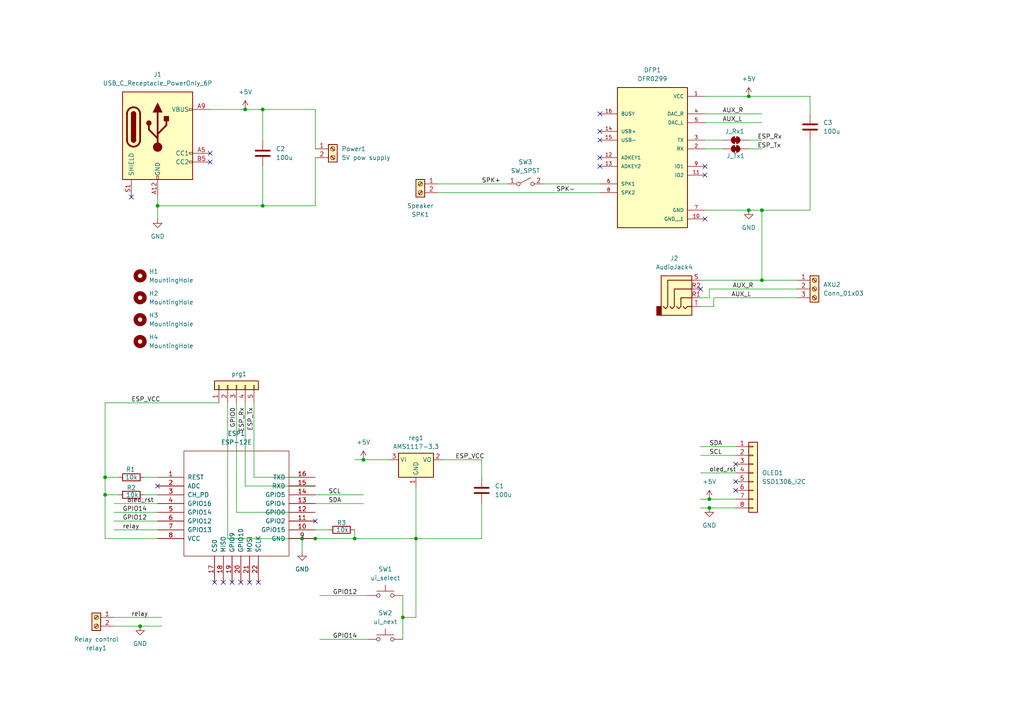
<source format=kicad_sch>
(kicad_sch (version 20250114) (generator "eeschema") (generator_version "9.0")
  (paper "A4")
  (lib_symbols
    (symbol "Connector:Screw_Terminal_01x02" (pin_names (offset 1.016) (hide yes))
      (property "Reference" "J" (at 0 2.54 0))
      (property "Value" "Screw_Terminal_01x02" (at 0 -5.08 0))
      (symbol "Screw_Terminal_01x02_1_1"
        (rectangle (start -1.27 1.27) (end 1.27 -3.81) (stroke (width 0.254)) (fill (type background)))
        (polyline (pts (xy -0.5334 0.3302) (xy 0.3302 -0.508)) (stroke (width 0.1524)))
        (polyline (pts (xy -0.5334 -2.2098) (xy 0.3302 -3.048)) (stroke (width 0.1524)))
        (polyline (pts (xy -0.3556 0.508) (xy 0.508 -0.3302)) (stroke (width 0.1524)))
        (polyline (pts (xy -0.3556 -2.032) (xy 0.508 -2.8702)) (stroke (width 0.1524)))
        (circle (center 0 0) (radius 0.635) (stroke (width 0.1524)))
        (circle (center 0 -2.54) (radius 0.635) (stroke (width 0.1524)))
        (pin passive line (at -5.08 0 0) (length 3.81) (name "Pin_1") (number "1"))
        (pin passive line (at -5.08 -2.54 0) (length 3.81) (name "Pin_2") (number "2"))
      )
    )
    (symbol "Connector:Screw_Terminal_01x03" (pin_names (offset 1.016) (hide yes))
      (property "Reference" "J" (at 0 5.08 0))
      (property "Value" "Screw_Terminal_01x03" (at 0 -5.08 0))
      (symbol "Screw_Terminal_01x03_1_1"
        (rectangle (start -1.27 3.81) (end 1.27 -3.81) (stroke (width 0.254)) (fill (type background)))
        (polyline (pts (xy -0.5334 2.8702) (xy 0.3302 2.032)) (stroke (width 0.1524)))
        (polyline (pts (xy -0.5334 0.3302) (xy 0.3302 -0.508)) (stroke (width 0.1524)))
        (polyline (pts (xy -0.5334 -2.2098) (xy 0.3302 -3.048)) (stroke (width 0.1524)))
        (polyline (pts (xy -0.3556 3.048) (xy 0.508 2.2098)) (stroke (width 0.1524)))
        (polyline (pts (xy -0.3556 0.508) (xy 0.508 -0.3302)) (stroke (width 0.1524)))
        (polyline (pts (xy -0.3556 -2.032) (xy 0.508 -2.8702)) (stroke (width 0.1524)))
        (circle (center 0 2.54) (radius 0.635) (stroke (width 0.1524)))
        (circle (center 0 0) (radius 0.635) (stroke (width 0.1524)))
        (circle (center 0 -2.54) (radius 0.635) (stroke (width 0.1524)))
        (pin passive line (at -5.08 2.54 0) (length 3.81) (name "Pin_1") (number "1"))
        (pin passive line (at -5.08 0 0) (length 3.81) (name "Pin_2") (number "2"))
        (pin passive line (at -5.08 -2.54 0) (length 3.81) (name "Pin_3") (number "3"))
      )
    )
    (symbol "Connector:USB_C_Receptacle_PowerOnly_6P" (pin_names (offset 1.016))
      (property "Reference" "J" (at 0 16.51 0))
      (property "Value" "USB_C_Receptacle_PowerOnly_6P" (at 0 13.97 0))
      (symbol "USB_C_Receptacle_PowerOnly_6P_0_0"
        (rectangle (start -0.254 -12.7) (end 0.254 -11.684))
        (rectangle (start 10.16 7.874) (end 9.144 7.366))
        (rectangle (start 10.16 -4.826) (end 9.144 -5.334))
        (rectangle (start 10.16 -7.366) (end 9.144 -7.874))
      )
      (symbol "USB_C_Receptacle_PowerOnly_6P_0_1"
        (rectangle (start -10.16 12.7) (end 10.16 -12.7) (stroke (width 0.254)) (fill (type background)))
        (polyline (pts (xy -8.89 -1.27) (xy -8.89 6.35)) (stroke (width 0.508)))
        (rectangle (start -7.62 -1.27) (end -6.35 6.35) (stroke (width 0.254)) (fill (type outline)))
        (arc (start -7.62 6.35) (mid -6.985 6.9823) (end -6.35 6.35) (stroke (width 0.254)))
        (arc (start -7.62 6.35) (mid -6.985 6.9823) (end -6.35 6.35) (stroke (width 0.254)) (fill (type outline)))
        (arc (start -8.89 6.35) (mid -6.985 8.2467) (end -5.08 6.35) (stroke (width 0.508)))
        (arc (start -5.08 -1.27) (mid -6.985 -3.1667) (end -8.89 -1.27) (stroke (width 0.508)))
        (arc (start -6.35 -1.27) (mid -6.985 -1.9023) (end -7.62 -1.27) (stroke (width 0.254)))
        (arc (start -6.35 -1.27) (mid -6.985 -1.9023) (end -7.62 -1.27) (stroke (width 0.254)) (fill (type outline)))
        (polyline (pts (xy -5.08 6.35) (xy -5.08 -1.27)) (stroke (width 0.508)))
        (circle (center -2.54 3.683) (radius 0.635) (stroke (width 0.254)) (fill (type outline)))
        (polyline (pts (xy -1.27 6.858) (xy 0 9.398) (xy 1.27 6.858) (xy -1.27 6.858)) (stroke (width 0.254)) (fill (type outline)))
        (polyline (pts (xy 0 0.508) (xy 2.54 3.048) (xy 2.54 4.318)) (stroke (width 0.508)))
        (polyline (pts (xy 0 -0.762) (xy -2.54 1.778) (xy -2.54 3.048)) (stroke (width 0.508)))
        (polyline (pts (xy 0 -3.302) (xy 0 6.858)) (stroke (width 0.508)))
        (circle (center 0 -3.302) (radius 1.27) (fill (type outline)))
        (rectangle (start 1.905 4.318) (end 3.175 5.588) (stroke (width 0.254)) (fill (type outline)))
      )
      (symbol "USB_C_Receptacle_PowerOnly_6P_1_1"
        (pin passive line (at -7.62 -17.78 90) (length 5.08) (name "SHIELD") (number "S1"))
        (pin passive line (at 0 -17.78 90) (length 5.08) (name "GND") (number "A12"))
        (pin passive line (at 0 -17.78 90) (length 5.08) (hide yes) (name "GND") (number "B12"))
        (pin passive line (at 15.24 7.62 180) (length 5.08) (name "VBUS") (number "A9"))
        (pin passive line (at 15.24 7.62 180) (length 5.08) (hide yes) (name "VBUS") (number "B9"))
        (pin bidirectional line (at 15.24 -5.08 180) (length 5.08) (name "CC1") (number "A5"))
        (pin bidirectional line (at 15.24 -7.62 180) (length 5.08) (name "CC2") (number "B5"))
      )
    )
    (symbol "Connector_Audio:AudioJack4"
      (property "Reference" "J" (at 0 8.89 0))
      (property "Value" "AudioJack4" (at 0 6.35 0))
      (symbol "AudioJack4_0_1"
        (rectangle (start -6.35 -5.08) (end -7.62 -7.62) (stroke (width 0.254)) (fill (type outline)))
        (polyline (pts (xy -5.715 -5.08) (xy -5.08 -5.715) (xy -4.445 -5.08) (xy -4.445 2.54) (xy 2.54 2.54)) (stroke (width 0.254)))
        (polyline (pts (xy -1.905 -5.08) (xy -1.27 -5.715) (xy -0.635 -5.08) (xy -0.635 -2.54) (xy 2.54 -2.54)) (stroke (width 0.254)))
        (polyline (pts (xy 0 -5.08) (xy 0.635 -5.715) (xy 1.27 -5.08) (xy 2.54 -5.08)) (stroke (width 0.254)))
        (rectangle (start 2.54 3.81) (end -6.35 -7.62) (stroke (width 0.254)) (fill (type background)))
        (polyline (pts (xy 2.54 0) (xy -2.54 0) (xy -2.54 -5.08) (xy -3.175 -5.715) (xy -3.81 -5.08)) (stroke (width 0.254)))
      )
      (symbol "AudioJack4_1_1"
        (pin passive line (at 5.08 2.54 180) (length 2.54) (name "~") (number "S"))
        (pin passive line (at 5.08 0 180) (length 2.54) (name "~") (number "R2"))
        (pin passive line (at 5.08 -2.54 180) (length 2.54) (name "~") (number "R1"))
        (pin passive line (at 5.08 -5.08 180) (length 2.54) (name "~") (number "T"))
      )
    )
    (symbol "Connector_Generic:Conn_01x05" (pin_names (offset 1.016) (hide yes))
      (property "Reference" "J" (at 0 7.62 0))
      (property "Value" "Conn_01x05" (at 0 -7.62 0))
      (symbol "Conn_01x05_1_1"
        (rectangle (start -1.27 6.35) (end 1.27 -6.35) (stroke (width 0.254)) (fill (type background)))
        (rectangle (start -1.27 5.207) (end 0 4.953) (stroke (width 0.1524)))
        (rectangle (start -1.27 2.667) (end 0 2.413) (stroke (width 0.1524)))
        (rectangle (start -1.27 0.127) (end 0 -0.127) (stroke (width 0.1524)))
        (rectangle (start -1.27 -2.413) (end 0 -2.667) (stroke (width 0.1524)))
        (rectangle (start -1.27 -4.953) (end 0 -5.207) (stroke (width 0.1524)))
        (pin passive line (at -5.08 5.08 0) (length 3.81) (name "Pin_1") (number "1"))
        (pin passive line (at -5.08 2.54 0) (length 3.81) (name "Pin_2") (number "2"))
        (pin passive line (at -5.08 0 0) (length 3.81) (name "Pin_3") (number "3"))
        (pin passive line (at -5.08 -2.54 0) (length 3.81) (name "Pin_4") (number "4"))
        (pin passive line (at -5.08 -5.08 0) (length 3.81) (name "Pin_5") (number "5"))
      )
    )
    (symbol "Connector_Generic:Conn_01x08" (pin_names (offset 1.016) (hide yes))
      (property "Reference" "J" (at 0 10.16 0))
      (property "Value" "Conn_01x08" (at 0 -12.7 0))
      (symbol "Conn_01x08_1_1"
        (rectangle (start -1.27 8.89) (end 1.27 -11.43) (stroke (width 0.254)) (fill (type background)))
        (rectangle (start -1.27 7.747) (end 0 7.493) (stroke (width 0.1524)))
        (rectangle (start -1.27 5.207) (end 0 4.953) (stroke (width 0.1524)))
        (rectangle (start -1.27 2.667) (end 0 2.413) (stroke (width 0.1524)))
        (rectangle (start -1.27 0.127) (end 0 -0.127) (stroke (width 0.1524)))
        (rectangle (start -1.27 -2.413) (end 0 -2.667) (stroke (width 0.1524)))
        (rectangle (start -1.27 -4.953) (end 0 -5.207) (stroke (width 0.1524)))
        (rectangle (start -1.27 -7.493) (end 0 -7.747) (stroke (width 0.1524)))
        (rectangle (start -1.27 -10.033) (end 0 -10.287) (stroke (width 0.1524)))
        (pin passive line (at -5.08 7.62 0) (length 3.81) (name "Pin_1") (number "1"))
        (pin passive line (at -5.08 5.08 0) (length 3.81) (name "Pin_2") (number "2"))
        (pin passive line (at -5.08 2.54 0) (length 3.81) (name "Pin_3") (number "3"))
        (pin passive line (at -5.08 0 0) (length 3.81) (name "Pin_4") (number "4"))
        (pin passive line (at -5.08 -2.54 0) (length 3.81) (name "Pin_5") (number "5"))
        (pin passive line (at -5.08 -5.08 0) (length 3.81) (name "Pin_6") (number "6"))
        (pin passive line (at -5.08 -7.62 0) (length 3.81) (name "Pin_7") (number "7"))
        (pin passive line (at -5.08 -10.16 0) (length 3.81) (name "Pin_8") (number "8"))
      )
    )
    (symbol "DFPlayer:DFR0299" (pin_names (offset 1.016))
      (property "Reference" "U" (at -10.16 18.542 0))
      (property "Value" "DFR0299" (at -10.16 -25.4 0))
      (symbol "DFR0299_0_0"
        (rectangle (start -10.16 -22.86) (end 10.16 17.78) (stroke (width 0.254)) (fill (type background)))
        (pin input line (at -15.24 10.16 0) (length 5.08) (name "BUSY") (number "16"))
        (pin input line (at -15.24 5.08 0) (length 5.08) (name "USB+") (number "14"))
        (pin input line (at -15.24 2.54 0) (length 5.08) (name "USB-") (number "15"))
        (pin input line (at -15.24 -2.54 0) (length 5.08) (name "ADKEY1") (number "12"))
        (pin input line (at -15.24 -5.08 0) (length 5.08) (name "ADKEY2") (number "13"))
        (pin passive line (at -15.24 -10.16 0) (length 5.08) (name "SPK1") (number "6"))
        (pin passive line (at -15.24 -12.7 0) (length 5.08) (name "SPK2") (number "8"))
        (pin power_in line (at 15.24 15.24 180) (length 5.08) (name "VCC") (number "1"))
        (pin output line (at 15.24 10.16 180) (length 5.08) (name "DAC_R") (number "4"))
        (pin output line (at 15.24 7.62 180) (length 5.08) (name "DAC_L") (number "5"))
        (pin output line (at 15.24 2.54 180) (length 5.08) (name "TX") (number "3"))
        (pin input line (at 15.24 0 180) (length 5.08) (name "RX") (number "2"))
        (pin bidirectional line (at 15.24 -5.08 180) (length 5.08) (name "IO1") (number "9"))
        (pin bidirectional line (at 15.24 -7.62 180) (length 5.08) (name "IO2") (number "11"))
        (pin power_in line (at 15.24 -17.78 180) (length 5.08) (name "GND") (number "7"))
        (pin power_in line (at 15.24 -20.32 180) (length 5.08) (name "GND__1") (number "10"))
      )
    )
    (symbol "Device:C" (pin_numbers (hide yes)) (pin_names (offset 0.254))
      (property "Reference" "C" (at 0.635 2.54 0))
      (property "Value" "C" (at 0.635 -2.54 0))
      (symbol "C_0_1"
        (polyline (pts (xy -2.032 0.762) (xy 2.032 0.762)) (stroke (width 0.508)))
        (polyline (pts (xy -2.032 -0.762) (xy 2.032 -0.762)) (stroke (width 0.508)))
      )
      (symbol "C_1_1"
        (pin passive line (at 0 3.81 270) (length 2.794) (name "~") (number "1"))
        (pin passive line (at 0 -3.81 90) (length 2.794) (name "~") (number "2"))
      )
    )
    (symbol "Device:R" (pin_numbers (hide yes)) (pin_names (offset 0))
      (property "Reference" "R" (at 2.032 0 90))
      (property "Value" "R" (at 0 0 90))
      (symbol "R_0_1"
        (rectangle (start -1.016 -2.54) (end 1.016 2.54) (stroke (width 0.254)))
      )
      (symbol "R_1_1"
        (pin passive line (at 0 3.81 270) (length 1.27) (name "~") (number "1"))
        (pin passive line (at 0 -3.81 90) (length 1.27) (name "~") (number "2"))
      )
    )
    (symbol "ESPs:ESP-12E" (pin_names (offset 1.016))
      (property "Reference" "U" (at 0 -2.54 0))
      (property "Value" "ESP-12E" (at 0 2.54 0))
      (symbol "ESP-12E_1_0"
        (rectangle (start -15.24 -15.24) (end 15.24 15.24))
      )
      (symbol "ESP-12E_1_1"
        (pin input line (at -22.86 7.62 0) (length 7.62) (name "REST") (number "1"))
        (pin passive line (at -22.86 5.08 0) (length 7.62) (name "ADC") (number "2"))
        (pin input line (at -22.86 2.54 0) (length 7.62) (name "CH_PD") (number "3"))
        (pin bidirectional line (at -22.86 0 0) (length 7.62) (name "GPIO16") (number "4"))
        (pin bidirectional line (at -22.86 -2.54 0) (length 7.62) (name "GPIO14") (number "5"))
        (pin bidirectional line (at -22.86 -5.08 0) (length 7.62) (name "GPIO12") (number "6"))
        (pin bidirectional line (at -22.86 -7.62 0) (length 7.62) (name "GPIO13") (number "7"))
        (pin power_in line (at -22.86 -10.16 0) (length 7.62) (name "VCC") (number "8"))
        (pin bidirectional line (at -6.35 -22.86 90) (length 7.62) (name "CS0") (number "17"))
        (pin bidirectional line (at -3.81 -22.86 90) (length 7.62) (name "MISO") (number "18"))
        (pin bidirectional line (at -1.27 -22.86 90) (length 7.62) (name "GPIO9") (number "19"))
        (pin bidirectional line (at 1.27 -22.86 90) (length 7.62) (name "GPIO10") (number "20"))
        (pin bidirectional line (at 3.81 -22.86 90) (length 7.62) (name "MOSI") (number "21"))
        (pin bidirectional line (at 6.35 -22.86 90) (length 7.62) (name "SCLK") (number "22"))
        (pin output line (at 22.86 7.62 180) (length 7.62) (name "TXD") (number "16"))
        (pin input line (at 22.86 5.08 180) (length 7.62) (name "RXD") (number "15"))
        (pin bidirectional line (at 22.86 2.54 180) (length 7.62) (name "GPIO5") (number "14"))
        (pin bidirectional line (at 22.86 0 180) (length 7.62) (name "GPIO4") (number "13"))
        (pin bidirectional line (at 22.86 -2.54 180) (length 7.62) (name "GPIO0") (number "12"))
        (pin bidirectional line (at 22.86 -5.08 180) (length 7.62) (name "GPIO2") (number "11"))
        (pin bidirectional line (at 22.86 -7.62 180) (length 7.62) (name "GPIO15") (number "10"))
        (pin power_in line (at 22.86 -10.16 180) (length 7.62) (name "GND") (number "9"))
      )
    )
    (symbol "Jumper:SolderJumper_2_Bridged" (pin_numbers (hide yes)) (pin_names (offset 0) (hide yes)) (in_bom no)
      (property "Reference" "JP" (at 0 2.032 0))
      (property "Value" "SolderJumper_2_Bridged" (at 0 -2.54 0))
      (symbol "SolderJumper_2_Bridged_0_1"
        (rectangle (start -0.508 0.508) (end 0.508 -0.508) (fill (type outline)))
        (polyline (pts (xy -0.254 1.016) (xy -0.254 -1.016)))
        (arc (start -0.254 -1.016) (mid -1.2656 0) (end -0.254 1.016))
        (arc (start -0.254 -1.016) (mid -1.2656 0) (end -0.254 1.016) (fill (type outline)))
        (arc (start 0.254 1.016) (mid 1.2656 0) (end 0.254 -1.016))
        (arc (start 0.254 1.016) (mid 1.2656 0) (end 0.254 -1.016) (fill (type outline)))
        (polyline (pts (xy 0.254 1.016) (xy 0.254 -1.016)))
      )
      (symbol "SolderJumper_2_Bridged_1_1"
        (pin passive line (at -3.81 0 0) (length 2.54) (name "A") (number "1"))
        (pin passive line (at 3.81 0 180) (length 2.54) (name "B") (number "2"))
      )
    )
    (symbol "Mechanical:MountingHole" (pin_names (offset 1.016)) (in_bom no)
      (property "Reference" "H" (at 0 5.08 0))
      (property "Value" "MountingHole" (at 0 3.175 0))
      (symbol "MountingHole_0_1"
        (circle (center 0 0) (radius 1.27) (stroke (width 1.27)))
      )
    )
    (symbol "Regulator_Linear:AMS1117-3.3"
      (property "Reference" "U" (at -3.81 3.175 0))
      (property "Value" "AMS1117-3.3" (at 0 3.175 0))
      (symbol "AMS1117-3.3_0_1"
        (rectangle (start -5.08 -5.08) (end 5.08 1.905) (stroke (width 0.254)) (fill (type background)))
      )
      (symbol "AMS1117-3.3_1_1"
        (pin power_in line (at -7.62 0 0) (length 2.54) (name "VI") (number "3"))
        (pin power_in line (at 0 -7.62 90) (length 2.54) (name "GND") (number "1"))
        (pin power_out line (at 7.62 0 180) (length 2.54) (name "VO") (number "2"))
      )
    )
    (symbol "Screw_Terminal_01x02_1" (pin_names (offset 1.016) (hide yes))
      (property "Reference" "Power1" (at 2.54 0.0001 0))
      (property "Value" "5V pow supply" (at 2.54 -2.5399 0))
      (symbol "Screw_Terminal_01x02_1_1_1"
        (rectangle (start -1.27 1.27) (end 1.27 -3.81) (stroke (width 0.254)) (fill (type background)))
        (polyline (pts (xy -0.5334 0.3302) (xy 0.3302 -0.508)) (stroke (width 0.1524)))
        (polyline (pts (xy -0.5334 -2.2098) (xy 0.3302 -3.048)) (stroke (width 0.1524)))
        (polyline (pts (xy -0.3556 0.508) (xy 0.508 -0.3302)) (stroke (width 0.1524)))
        (polyline (pts (xy -0.3556 -2.032) (xy 0.508 -2.8702)) (stroke (width 0.1524)))
        (circle (center 0 0) (radius 0.635) (stroke (width 0.1524)))
        (circle (center 0 -2.54) (radius 0.635) (stroke (width 0.1524)))
        (pin power_out line (at -5.08 0 0) (length 3.81) (name "Pin_1") (number "1"))
        (pin power_out line (at -5.08 -2.54 0) (length 3.81) (name "Pin_2") (number "2"))
      )
    )
    (symbol "Switch:SW_Push" (pin_numbers (hide yes)) (pin_names (offset 1.016) (hide yes))
      (property "Reference" "SW" (at 1.27 2.54 0))
      (property "Value" "SW_Push" (at 0 -1.524 0))
      (symbol "SW_Push_0_1"
        (circle (center -2.032 0) (radius 0.508))
        (polyline (pts (xy 0 1.27) (xy 0 3.048)))
        (circle (center 2.032 0) (radius 0.508))
        (polyline (pts (xy 2.54 1.27) (xy -2.54 1.27)))
        (pin passive line (at -5.08 0 0) (length 2.54) (name "1") (number "1"))
        (pin passive line (at 5.08 0 180) (length 2.54) (name "2") (number "2"))
      )
    )
    (symbol "Switch:SW_SPST" (pin_names (offset 0) (hide yes))
      (property "Reference" "SW" (at 0 3.175 0))
      (property "Value" "SW_SPST" (at 0 -2.54 0))
      (symbol "SW_SPST_0_0"
        (circle (center -2.032 0) (radius 0.508))
        (polyline (pts (xy -1.524 0.254) (xy 1.524 1.778)))
        (circle (center 2.032 0) (radius 0.508))
      )
      (symbol "SW_SPST_1_1"
        (pin passive line (at -5.08 0 0) (length 2.54) (name "A") (number "1"))
        (pin passive line (at 5.08 0 180) (length 2.54) (name "B") (number "2"))
      )
    )
    (symbol "power:+5V" (power) (pin_numbers (hide yes)) (pin_names (offset 0) (hide yes))
      (property "Value" "+5V" (at 0 3.556 0))
      (symbol "+5V_0_1"
        (polyline (pts (xy -0.762 1.27) (xy 0 2.54)))
        (polyline (pts (xy 0 2.54) (xy 0.762 1.27)))
        (polyline (pts (xy 0 0) (xy 0 2.54)))
      )
      (symbol "+5V_1_1"
        (pin power_in line (at 0 0 90) (length 0) (name "~") (number "1"))
      )
    )
    (symbol "power:GND" (power) (pin_numbers (hide yes)) (pin_names (offset 0) (hide yes))
      (property "Value" "GND" (at 0 -3.81 0))
      (symbol "GND_0_1"
        (polyline (pts (xy 0 0) (xy 0 -1.27) (xy 1.27 -1.27) (xy 0 -2.54) (xy -1.27 -1.27) (xy 0 -1.27)))
      )
      (symbol "GND_1_1"
        (pin power_in line (at 0 0 270) (length 0) (name "~") (number "1"))
      )
    )
  )
  (junction (at 116.84 179.07))
  (junction (at 105.41 133.35))
  (junction (at 76.2 59.69))
  (junction (at 120.65 156.21))
  (junction (at 205.74 147.32))
  (junction (at 205.74 144.78))
  (junction (at 30.48 143.51))
  (junction (at 45.72 59.69))
  (junction (at 217.17 27.94))
  (junction (at 71.12 31.75))
  (junction (at 102.87 156.21))
  (junction (at 87.63 156.21))
  (junction (at 217.17 60.96))
  (junction (at 220.98 60.96))
  (junction (at 40.64 181.61))
  (junction (at 220.98 81.28))
  (junction (at 91.44 156.21))
  (junction (at 30.48 138.43))
  (junction (at 76.2 31.75))
  (no_connect (at 67.31 168.91))
  (no_connect (at 38.1 57.15))
  (no_connect (at 69.85 168.91))
  (no_connect (at 173.99 40.64))
  (no_connect (at 60.96 44.45))
  (no_connect (at 62.23 168.91))
  (no_connect (at 173.99 48.26))
  (no_connect (at 204.47 50.8))
  (no_connect (at 204.47 63.5))
  (no_connect (at 204.47 48.26))
  (no_connect (at 173.99 38.1))
  (no_connect (at 60.96 46.99))
  (no_connect (at 213.36 142.24))
  (no_connect (at 213.36 134.62))
  (no_connect (at 173.99 33.02))
  (no_connect (at 173.99 45.72))
  (no_connect (at 72.39 168.91))
  (no_connect (at 64.77 168.91))
  (no_connect (at 203.2 83.82))
  (no_connect (at 45.72 140.97))
  (no_connect (at 74.93 168.91))
  (no_connect (at 213.36 139.7))
  (no_connect (at 91.44 151.13))
  (wire (pts (xy 217.17 27.94) (xy 234.95 27.94)))
  (wire (pts (xy 33.02 181.61) (xy 40.64 181.61)))
  (wire (pts (xy 116.84 172.72) (xy 116.84 179.07)))
  (wire (pts (xy 41.91 143.51) (xy 45.72 143.51)))
  (wire (pts (xy 73.66 138.43) (xy 73.66 116.84)))
  (wire (pts (xy 30.48 143.51) (xy 34.29 143.51)))
  (wire (pts (xy 116.84 179.07) (xy 116.84 185.42)))
  (wire (pts (xy 60.96 31.75) (xy 71.12 31.75)))
  (wire (pts (xy 87.63 156.21) (xy 66.04 156.21)))
  (wire (pts (xy 91.44 31.75) (xy 76.2 31.75)))
  (wire (pts (xy 102.87 133.35) (xy 105.41 133.35)))
  (wire (pts (xy 91.44 138.43) (xy 73.66 138.43)))
  (wire (pts (xy 205.74 144.78) (xy 213.36 144.78)))
  (wire (pts (xy 204.47 60.96) (xy 217.17 60.96)))
  (wire (pts (xy 91.44 45.72) (xy 91.44 59.69)))
  (wire (pts (xy 71.12 31.75) (xy 76.2 31.75)))
  (wire (pts (xy 116.84 179.07) (xy 120.65 179.07)))
  (wire (pts (xy 33.02 179.07) (xy 46.99 179.07)))
  (wire (pts (xy 207.01 86.36) (xy 231.14 86.36)))
  (wire (pts (xy 30.48 138.43) (xy 30.48 143.51)))
  (wire (pts (xy 45.72 59.69) (xy 45.72 63.5)))
  (wire (pts (xy 217.17 40.64) (xy 220.98 40.64)))
  (wire (pts (xy 40.64 181.61) (xy 46.99 181.61)))
  (wire (pts (xy 105.41 133.35) (xy 113.03 133.35)))
  (wire (pts (xy 30.48 156.21) (xy 45.72 156.21)))
  (wire (pts (xy 203.2 147.32) (xy 205.74 147.32)))
  (wire (pts (xy 234.95 40.64) (xy 234.95 60.96)))
  (wire (pts (xy 205.74 83.82) (xy 205.74 86.36)))
  (wire (pts (xy 66.04 156.21) (xy 66.04 116.84)))
  (wire (pts (xy 204.47 43.18) (xy 209.55 43.18)))
  (wire (pts (xy 120.65 179.07) (xy 120.65 156.21)))
  (wire (pts (xy 234.95 27.94) (xy 234.95 33.02)))
  (wire (pts (xy 120.65 140.97) (xy 120.65 156.21)))
  (wire (pts (xy 45.72 57.15) (xy 45.72 59.69)))
  (wire (pts (xy 33.02 148.59) (xy 45.72 148.59)))
  (wire (pts (xy 157.48 53.34) (xy 173.99 53.34)))
  (wire (pts (xy 71.12 140.97) (xy 71.12 116.84)))
  (wire (pts (xy 203.2 132.08) (xy 213.36 132.08)))
  (wire (pts (xy 205.74 83.82) (xy 231.14 83.82)))
  (wire (pts (xy 203.2 81.28) (xy 220.98 81.28)))
  (wire (pts (xy 203.2 137.16) (xy 213.36 137.16)))
  (wire (pts (xy 204.47 33.02) (xy 220.98 33.02)))
  (wire (pts (xy 33.02 146.05) (xy 45.72 146.05)))
  (wire (pts (xy 30.48 116.84) (xy 30.48 138.43)))
  (wire (pts (xy 120.65 156.21) (xy 139.7 156.21)))
  (wire (pts (xy 92.71 185.42) (xy 106.68 185.42)))
  (wire (pts (xy 234.95 60.96) (xy 220.98 60.96)))
  (wire (pts (xy 76.2 31.75) (xy 76.2 40.64)))
  (wire (pts (xy 203.2 129.54) (xy 213.36 129.54)))
  (wire (pts (xy 205.74 147.32) (xy 213.36 147.32)))
  (wire (pts (xy 92.71 172.72) (xy 106.68 172.72)))
  (wire (pts (xy 91.44 148.59) (xy 68.58 148.59)))
  (wire (pts (xy 139.7 146.05) (xy 139.7 156.21)))
  (wire (pts (xy 204.47 40.64) (xy 209.55 40.64)))
  (wire (pts (xy 87.63 160.02) (xy 87.63 156.21)))
  (wire (pts (xy 205.74 86.36) (xy 203.2 86.36)))
  (wire (pts (xy 91.44 156.21) (xy 87.63 156.21)))
  (wire (pts (xy 102.87 156.21) (xy 120.65 156.21)))
  (wire (pts (xy 127 55.88) (xy 173.99 55.88)))
  (wire (pts (xy 91.44 43.18) (xy 91.44 31.75)))
  (wire (pts (xy 91.44 140.97) (xy 71.12 140.97)))
  (wire (pts (xy 207.01 86.36) (xy 207.01 88.9)))
  (wire (pts (xy 33.02 151.13) (xy 45.72 151.13)))
  (wire (pts (xy 220.98 81.28) (xy 220.98 60.96)))
  (wire (pts (xy 139.7 133.35) (xy 139.7 138.43)))
  (wire (pts (xy 207.01 88.9) (xy 203.2 88.9)))
  (wire (pts (xy 91.44 59.69) (xy 76.2 59.69)))
  (wire (pts (xy 217.17 43.18) (xy 220.98 43.18)))
  (wire (pts (xy 217.17 60.96) (xy 220.98 60.96)))
  (wire (pts (xy 102.87 153.67) (xy 102.87 156.21)))
  (wire (pts (xy 63.5 116.84) (xy 30.48 116.84)))
  (wire (pts (xy 204.47 35.56) (xy 220.98 35.56)))
  (wire (pts (xy 127 53.34) (xy 147.32 53.34)))
  (wire (pts (xy 204.47 27.94) (xy 217.17 27.94)))
  (wire (pts (xy 41.91 138.43) (xy 45.72 138.43)))
  (wire (pts (xy 68.58 148.59) (xy 68.58 116.84)))
  (wire (pts (xy 220.98 81.28) (xy 231.14 81.28)))
  (wire (pts (xy 128.27 133.35) (xy 139.7 133.35)))
  (wire (pts (xy 45.72 59.69) (xy 76.2 59.69)))
  (wire (pts (xy 102.87 156.21) (xy 91.44 156.21)))
  (wire (pts (xy 91.44 143.51) (xy 105.41 143.51)))
  (wire (pts (xy 91.44 146.05) (xy 105.41 146.05)))
  (wire (pts (xy 76.2 48.26) (xy 76.2 59.69)))
  (wire (pts (xy 91.44 153.67) (xy 95.25 153.67)))
  (wire (pts (xy 30.48 143.51) (xy 30.48 156.21)))
  (wire (pts (xy 30.48 138.43) (xy 34.29 138.43)))
  (wire (pts (xy 33.02 153.67) (xy 45.72 153.67)))
  (wire (pts (xy 203.2 144.78) (xy 205.74 144.78)))
  (label "ESP_VCC" (at 132.08 133.35 0))
  (label "relay" (at 35.56 153.67 0))
  (label "AUX_R" (at 212.4814 83.82 0))
  (label "SPK-" (at 161.29 55.88 0))
  (label "SCL" (at 205.74 132.08 0))
  (label "ESP_Tx" (at 73.66 118.11 270))
  (label "ESP_VCC" (at 38.1 116.84 0))
  (label "oled_rst" (at 36.83 146.05 0))
  (label "ESP_Rx" (at 71.12 118.11 270))
  (label "SPK+" (at 139.7 53.34 0))
  (label "AUX_L" (at 212.09 86.36 0))
  (label "GPIO14" (at 35.56 148.59 0))
  (label "AUX_R" (at 209.55 33.02 0))
  (label "GPIO12" (at 35.56 151.13 0))
  (label "SDA" (at 205.74 129.54 0))
  (label "oled_rst" (at 205.74 137.16 0))
  (label "GPIO0" (at 68.58 118.11 270))
  (label "AUX_L" (at 209.55 35.56 0))
  (label "GPIO12" (at 96.52 172.72 0))
  (label "ESP_Tx" (at 219.71 43.18 0))
  (label "SCL" (at 95.25 143.51 0))
  (label "ESP_Rx" (at 219.71 40.64 0))
  (label "SDA" (at 95.25 146.05 0))
  (label "GPIO14" (at 96.52 185.42 0))
  (label "relay" (at 38.1 179.07 0))
  (symbol (lib_id "Connector:USB_C_Receptacle_PowerOnly_6P") (at 45.72 39.37 0) (unit 1)
    (property "Reference" "J1" (at 45.72 21.59 0))
    (property "Value" "USB_C_Receptacle_PowerOnly_6P" (at 45.72 24.13 0))
    (property "Footprint" "Connector_USB:USB_C_Receptacle_GCT_USB4125-xx-x_6P_TopMnt_Horizontal" (effects (hide yes)))
    (property "Datasheet" "https://www.usb.org/sites/default/files/documents/usb_type-c.zip" (effects (hide yes)))
    (property "Description" "USB Power-Only 6P Type-C Receptacle connector" (effects (hide yes)))
  )
  (symbol (lib_id "Mechanical:MountingHole") (at 40.64 86.36 0) (unit 1) (in_bom no)
    (property "Reference" "H2" (at 43.18 85.0899 0) (effects (justify left)))
    (property "Value" "MountingHole" (at 43.18 87.6299 0) (effects (justify left)))
    (property "Footprint" "MountingHole:MountingHole_3.2mm_M3" (effects (hide yes)))
    (property "Description" "Mounting Hole without connection" (effects (hide yes)))
  )
  (symbol (lib_id "Connector:Screw_Terminal_01x02") (at 27.94 179.07 0) (mirror y) (unit 1)
    (property "Reference" "relay1" (at 27.94 187.96 0))
    (property "Value" "Relay control" (at 27.94 185.42 0))
    (property "Footprint" "TerminalBlock:TerminalBlock_MaiXu_MX126-5.0-02P_1x02_P5.00mm" (effects (hide yes)))
    (property "Description" "Generic screw terminal, single row, 01x02, script generated (kicad-library-utils/schlib/autogen/connector/)" (effects (hide yes)))
  )
  (symbol (lib_id "Device:R") (at 99.06 153.67 90) (unit 1)
    (property "Reference" "R3" (at 99.06 151.638 90))
    (property "Value" "10k" (at 99.314 153.67 90))
    (property "Footprint" "Resistor_THT:R_Axial_DIN0207_L6.3mm_D2.5mm_P7.62mm_Horizontal" (effects (hide yes)))
    (property "Description" "Resistor" (effects (hide yes)))
  )
  (symbol (lib_id "Device:C") (at 76.2 44.45 0) (unit 1)
    (property "Reference" "C2" (at 80.01 43.1799 0) (effects (justify left)))
    (property "Value" "100u" (at 80.01 45.7199 0) (effects (justify left)))
    (property "Footprint" "Capacitor_THT:CP_Radial_D10.0mm_P5.00mm_P7.50mm" (effects (hide yes)))
    (property "Description" "Unpolarized capacitor" (effects (hide yes)))
  )
  (symbol (lib_id "Switch:SW_Push") (at 111.76 172.72 0) (unit 1)
    (property "Reference" "SW1" (at 111.76 165.1 0))
    (property "Value" "ui_select" (at 111.76 167.64 0))
    (property "Footprint" "Button_Switch_THT:SW_SPST_Omron_B3F-40xx" (effects (hide yes)))
    (property "Description" "Push button switch, generic, two pins" (effects (hide yes)))
  )
  (symbol (lib_id "Mechanical:MountingHole") (at 40.64 80.01 0) (unit 1) (in_bom no)
    (property "Reference" "H1" (at 43.18 78.7399 0) (effects (justify left)))
    (property "Value" "MountingHole" (at 43.18 81.2799 0) (effects (justify left)))
    (property "Footprint" "MountingHole:MountingHole_3.2mm_M3" (effects (hide yes)))
    (property "Description" "Mounting Hole without connection" (effects (hide yes)))
  )
  (symbol (lib_id "power:+5V") (at 105.41 133.35 0) (unit 1)
    (property "Reference" "#PWR03" (effects (hide yes)))
    (property "Value" "+5V" (at 105.41 128.27 0))
    (property "Description" "Power symbol creates a global label with name \"+5V\"" (effects (hide yes)))
  )
  (symbol (lib_id "Regulator_Linear:AMS1117-3.3") (at 120.65 133.35 0) (unit 1)
    (property "Reference" "reg1" (at 120.65 127 0))
    (property "Value" "AMS1117-3.3" (at 120.65 129.54 0))
    (property "Footprint" "Package_TO_SOT_SMD:SOT-223-3_TabPin2" (effects (hide yes)))
    (property "Datasheet" "http://www.advanced-monolithic.com/pdf/ds1117.pdf" (effects (hide yes)))
    (property "Description" "1A Low Dropout regulator, positive, 3.3V fixed output, SOT-223" (effects (hide yes)))
  )
  (symbol (lib_id "Device:C") (at 139.7 142.24 0) (unit 1)
    (property "Reference" "C1" (at 143.51 140.9699 0) (effects (justify left)))
    (property "Value" "100u" (at 143.51 143.5099 0) (effects (justify left)))
    (property "Footprint" "Capacitor_THT:CP_Radial_D10.0mm_P5.00mm_P7.50mm" (effects (hide yes)))
    (property "Description" "Unpolarized capacitor" (effects (hide yes)))
  )
  (symbol (lib_id "power:GND") (at 45.72 63.5 0) (unit 1)
    (property "Reference" "#PWR04" (effects (hide yes)))
    (property "Value" "GND" (at 45.72 68.58 0))
    (property "Description" "Power symbol creates a global label with name \"GND\" , ground" (effects (hide yes)))
  )
  (symbol (lib_id "power:+5V") (at 71.12 31.75 0) (unit 1)
    (property "Reference" "#PWR02" (effects (hide yes)))
    (property "Value" "+5V" (at 71.12 26.67 0))
    (property "Description" "Power symbol creates a global label with name \"+5V\"" (effects (hide yes)))
  )
  (symbol (lib_id "Connector:Screw_Terminal_01x03") (at 236.22 83.82 0) (unit 1)
    (property "Reference" "AXU2" (at 238.76 82.5499 0) (effects (justify left)))
    (property "Value" "Conn_01x03" (at 238.76 85.0899 0) (effects (justify left)))
    (property "Footprint" "TerminalBlock:TerminalBlock_MaiXu_MX126-5.0-03P_1x03_P5.00mm" (effects (hide yes)))
    (property "Description" "Generic screw terminal, single row, 01x03, script generated (kicad-library-utils/schlib/autogen/connector/)" (effects (hide yes)))
  )
  (symbol (lib_id "power:GND") (at 40.64 181.61 0) (unit 1)
    (property "Reference" "#PWR014" (effects (hide yes)))
    (property "Value" "GND" (at 40.64 186.69 0))
    (property "Description" "Power symbol creates a global label with name \"GND\" , ground" (effects (hide yes)))
  )
  (symbol (lib_id "power:GND") (at 87.63 160.02 0) (unit 1)
    (property "Reference" "#PWR01" (effects (hide yes)))
    (property "Value" "GND" (at 87.63 165.1 0))
    (property "Description" "Power symbol creates a global label with name \"GND\" , ground" (effects (hide yes)))
  )
  (symbol (lib_id "Mechanical:MountingHole") (at 40.64 99.06 0) (unit 1) (in_bom no)
    (property "Reference" "H4" (at 43.18 97.7899 0) (effects (justify left)))
    (property "Value" "MountingHole" (at 43.18 100.3299 0) (effects (justify left)))
    (property "Footprint" "MountingHole:MountingHole_3.2mm_M3" (effects (hide yes)))
    (property "Description" "Mounting Hole without connection" (effects (hide yes)))
  )
  (symbol (lib_id "power:+5V") (at 205.74 144.78 0) (unit 1)
    (property "Reference" "#PWR08" (effects (hide yes)))
    (property "Value" "+5V" (at 205.74 139.7 0))
    (property "Description" "Power symbol creates a global label with name \"+5V\"" (effects (hide yes)))
  )
  (symbol (lib_id "Connector_Generic:Conn_01x08") (at 218.44 137.16 0) (unit 1)
    (property "Reference" "OLED1" (at 220.98 137.1599 0) (effects (justify left)))
    (property "Value" "SSD1306_I2C" (at 220.98 139.6999 0) (effects (justify left)))
    (property "Footprint" "Display:Adafruit_SSD1306_multi" (effects (hide yes)))
    (property "Description" "Generic connector, single row, 01x08, script generated (kicad-library-utils/schlib/autogen/connector/)" (effects (hide yes)))
  )
  (symbol (lib_name "Screw_Terminal_01x02_1") (lib_id "Connector:Screw_Terminal_01x02") (at 96.52 43.18 0) (unit 1)
    (property "Reference" "Power1" (at 99.06 43.1799 0) (effects (justify left)))
    (property "Value" "5V pow supply" (at 99.06 45.7199 0) (effects (justify left)))
    (property "Footprint" "TerminalBlock:TerminalBlock_MaiXu_MX126-5.0-02P_1x02_P5.00mm" (effects (hide yes)))
    (property "Description" "Generic screw terminal, single row, 01x02, script generated (kicad-library-utils/schlib/autogen/connector/)" (effects (hide yes)))
  )
  (symbol (lib_id "Jumper:SolderJumper_2_Bridged") (at 213.36 40.64 0) (unit 1) (in_bom no)
    (property "Reference" "J_Rx1" (at 213.106 38.1 0))
    (property "Value" "SolderJumper_2_Bridged" (effects (hide yes)))
    (property "Footprint" "Jumper:SolderJumper-2_P1.3mm_Bridged2Bar_RoundedPad1.0x1.5mm" (effects (hide yes)))
    (property "Description" "Solder Jumper, 2-pole, closed/bridged" (effects (hide yes)))
  )
  (symbol (lib_id "Device:R") (at 38.1 138.43 90) (unit 1)
    (property "Reference" "R1" (at 37.846 136.144 90))
    (property "Value" "10k" (at 38.1 138.43 90))
    (property "Footprint" "Resistor_THT:R_Axial_DIN0207_L6.3mm_D2.5mm_P7.62mm_Horizontal" (effects (hide yes)))
    (property "Description" "Resistor" (effects (hide yes)))
  )
  (symbol (lib_id "Mechanical:MountingHole") (at 40.64 92.71 0) (unit 1) (in_bom no)
    (property "Reference" "H3" (at 43.18 91.4399 0) (effects (justify left)))
    (property "Value" "MountingHole" (at 43.18 93.9799 0) (effects (justify left)))
    (property "Footprint" "MountingHole:MountingHole_3.2mm_M3" (effects (hide yes)))
    (property "Description" "Mounting Hole without connection" (effects (hide yes)))
  )
  (symbol (lib_id "Switch:SW_SPST") (at 152.4 53.34 0) (unit 1)
    (property "Reference" "SW3" (at 152.4 46.99 0))
    (property "Value" "SW_SPST" (at 152.4 49.53 0))
    (property "Footprint" "Button_Switch_THT:SW_Slide-03_Wuerth-WS-SLTV_10x2.5x6.4_P2.54mm" (effects (hide yes)))
    (property "Description" "Single Pole Single Throw (SPST) switch" (effects (hide yes)))
  )
  (symbol (lib_id "Connector_Audio:AudioJack4") (at 198.12 83.82 0) (unit 1)
    (property "Reference" "J2" (at 195.58 74.93 0))
    (property "Value" "AudioJack4" (at 195.58 77.47 0))
    (property "Footprint" "Connector_Audio:Jack_3.5mm_PJ320E_Horizontal" (effects (hide yes)))
    (property "Description" "Audio Jack, 4 Poles (TRRS)" (effects (hide yes)))
  )
  (symbol (lib_id "Switch:SW_Push") (at 111.76 185.42 0) (unit 1)
    (property "Reference" "SW2" (at 111.76 177.8 0))
    (property "Value" "ui_next" (at 111.76 180.34 0))
    (property "Footprint" "Button_Switch_THT:SW_SPST_Omron_B3F-40xx" (effects (hide yes)))
    (property "Description" "Push button switch, generic, two pins" (effects (hide yes)))
  )
  (symbol (lib_id "Connector:Screw_Terminal_01x02") (at 121.92 53.34 0) (mirror y) (unit 1)
    (property "Reference" "SPK1" (at 121.92 62.23 0))
    (property "Value" "Speaker" (at 121.92 59.69 0))
    (property "Footprint" "TerminalBlock:TerminalBlock_MaiXu_MX126-5.0-02P_1x02_P5.00mm" (effects (hide yes)))
    (property "Description" "Generic screw terminal, single row, 01x02, script generated (kicad-library-utils/schlib/autogen/connector/)" (effects (hide yes)))
  )
  (symbol (lib_id "power:GND") (at 205.74 147.32 0) (unit 1)
    (property "Reference" "#PWR07" (effects (hide yes)))
    (property "Value" "GND" (at 205.74 152.4 0))
    (property "Description" "Power symbol creates a global label with name \"GND\" , ground" (effects (hide yes)))
  )
  (symbol (lib_id "power:GND") (at 217.17 60.96 0) (unit 1)
    (property "Reference" "#PWR06" (effects (hide yes)))
    (property "Value" "GND" (at 217.17 66.04 0))
    (property "Description" "Power symbol creates a global label with name \"GND\" , ground" (effects (hide yes)))
  )
  (symbol (lib_id "Device:C") (at 234.95 36.83 0) (unit 1)
    (property "Reference" "C3" (at 238.76 35.5599 0) (effects (justify left)))
    (property "Value" "100u" (at 238.76 38.0999 0) (effects (justify left)))
    (property "Footprint" "Capacitor_THT:CP_Radial_D10.0mm_P5.00mm_P7.50mm" (effects (hide yes)))
    (property "Description" "Unpolarized capacitor" (effects (hide yes)))
  )
  (symbol (lib_id "power:+5V") (at 217.17 27.94 0) (unit 1)
    (property "Reference" "#PWR05" (effects (hide yes)))
    (property "Value" "+5V" (at 217.17 22.86 0))
    (property "Description" "Power symbol creates a global label with name \"+5V\"" (effects (hide yes)))
  )
  (symbol (lib_id "Jumper:SolderJumper_2_Bridged") (at 213.36 43.18 0) (unit 1) (in_bom no)
    (property "Reference" "J_Tx1" (at 213.36 45.212 0))
    (property "Value" "SolderJumper_2_Bridged" (effects (hide yes)))
    (property "Footprint" "Jumper:SolderJumper-2_P1.3mm_Bridged2Bar_RoundedPad1.0x1.5mm" (effects (hide yes)))
    (property "Description" "Solder Jumper, 2-pole, closed/bridged" (effects (hide yes)))
  )
  (symbol (lib_id "Connector_Generic:Conn_01x05") (at 68.58 111.76 90) (unit 1)
    (property "Reference" "prg1" (at 69.342 108.458 90))
    (property "Value" "Conn_01x05" (effects (hide yes)))
    (property "Footprint" "Connector_PinHeader_2.54mm:PinHeader_1x05_P2.54mm_Vertical" (effects (hide yes)))
    (property "Description" "Generic connector, single row, 01x05, script generated (kicad-library-utils/schlib/autogen/connector/)" (effects (hide yes)))
  )
  (symbol (lib_id "DFPlayer:DFR0299") (at 189.23 43.18 0) (unit 1)
    (property "Reference" "DFP1" (at 189.23 20.32 0))
    (property "Value" "DFR0299" (at 189.23 22.86 0))
    (property "Footprint" "project_devs:MODULE_DFR0299" (effects (hide yes)))
    (property "MF" "DFRobot" (effects (hide yes)))
    (property "DESCRIPTION" "Dfplayer - a Mini Mp3 Player" (effects (hide yes)))
    (property "PACKAGE" "None" (effects (hide yes)))
    (property "PRICE" "None" (effects (hide yes)))
    (property "MP" "DFR0299" (effects (hide yes)))
    (property "AVAILABILITY" "Unavailable" (effects (hide yes)))
  )
  (symbol (lib_id "Device:R") (at 38.1 143.51 90) (unit 1)
    (property "Reference" "R2" (at 38.1 141.478 90))
    (property "Value" "10k" (at 38.354 143.51 90))
    (property "Footprint" "Resistor_THT:R_Axial_DIN0207_L6.3mm_D2.5mm_P7.62mm_Horizontal" (effects (hide yes)))
    (property "Description" "Resistor" (effects (hide yes)))
  )
  (symbol (lib_id "ESPs:ESP-12E") (at 68.58 146.05 0) (unit 1)
    (property "Reference" "ESP1" (at 68.58 125.73 0))
    (property "Value" "ESP-12E" (at 68.58 128.27 0))
    (property "Footprint" "project_devs:ESP-12E_SMD" (effects (hide yes)))
    (property "Datasheet" "http://l0l.org.uk/2014/12/esp8266-modules-hardware-guide-gotta-catch-em-all/" (effects (hide yes)))
    (property "Description" "ESP8266 ESP-12E module, 22 pins, 2mm, PCB antenna" (effects (hide yes)))
  )
)
</source>
